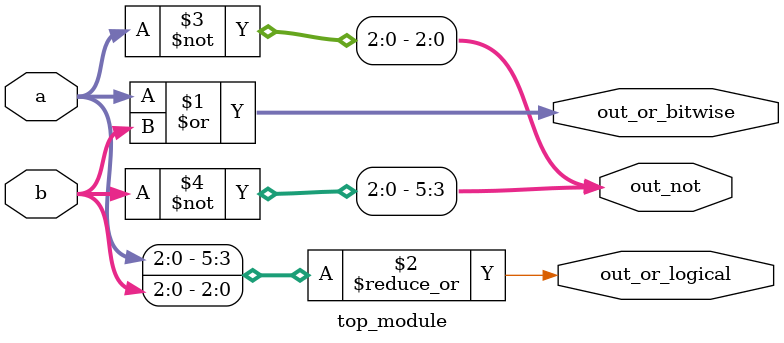
<source format=sv>
module top_module(
    input [2:0] a,
    input [2:0] b,
    output [2:0] out_or_bitwise,
    output out_or_logical,
    output [5:0] out_not
);

    assign out_or_bitwise = a | b;
    assign out_or_logical = |{a, b};
    assign out_not = {~b, ~a};

endmodule

</source>
